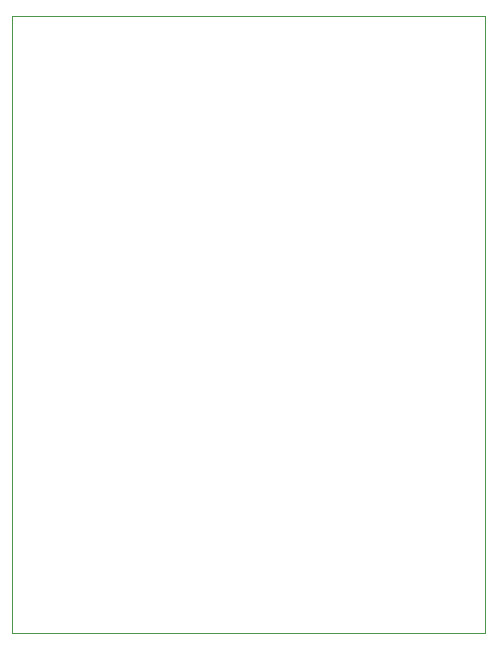
<source format=gbr>
%TF.GenerationSoftware,KiCad,Pcbnew,(6.0.7)*%
%TF.CreationDate,2023-07-30T21:01:36+08:00*%
%TF.ProjectId,RP2040 basic dev board,52503230-3430-4206-9261-736963206465,rev?*%
%TF.SameCoordinates,Original*%
%TF.FileFunction,Profile,NP*%
%FSLAX46Y46*%
G04 Gerber Fmt 4.6, Leading zero omitted, Abs format (unit mm)*
G04 Created by KiCad (PCBNEW (6.0.7)) date 2023-07-30 21:01:36*
%MOMM*%
%LPD*%
G01*
G04 APERTURE LIST*
%TA.AperFunction,Profile*%
%ADD10C,0.100000*%
%TD*%
G04 APERTURE END LIST*
D10*
X173625000Y-64925000D02*
X213625000Y-64925000D01*
X213625000Y-64925000D02*
X213625000Y-117200000D01*
X213625000Y-117200000D02*
X173625000Y-117200000D01*
X173625000Y-117200000D02*
X173625000Y-64925000D01*
M02*

</source>
